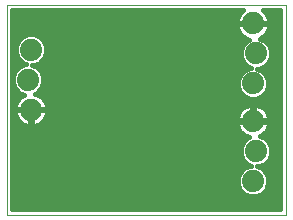
<source format=gbl>
G75*
%MOIN*%
%OFA0B0*%
%FSLAX25Y25*%
%IPPOS*%
%LPD*%
%AMOC8*
5,1,8,0,0,1.08239X$1,22.5*
%
%ADD10C,0.00000*%
%ADD11C,0.07400*%
%ADD12C,0.01600*%
%ADD13C,0.03562*%
D10*
X0006800Y0006800D02*
X0006800Y0076761D01*
X0099751Y0076761D01*
X0099751Y0006800D01*
X0006800Y0006800D01*
D11*
X0014800Y0041800D03*
X0013800Y0051800D03*
X0014800Y0061800D03*
X0088800Y0070550D03*
X0089800Y0060550D03*
X0088800Y0050550D03*
X0088800Y0038050D03*
X0089800Y0028050D03*
X0088800Y0018050D03*
D12*
X0092876Y0021187D02*
X0097951Y0021187D01*
X0097951Y0019588D02*
X0093683Y0019588D01*
X0093900Y0019064D02*
X0093124Y0020939D01*
X0091689Y0022374D01*
X0090297Y0022950D01*
X0090814Y0022950D01*
X0092689Y0023726D01*
X0094124Y0025161D01*
X0094900Y0027036D01*
X0094900Y0029064D01*
X0094124Y0030939D01*
X0092689Y0032374D01*
X0091081Y0033040D01*
X0091683Y0033346D01*
X0092383Y0033855D01*
X0092995Y0034467D01*
X0093504Y0035167D01*
X0093897Y0035939D01*
X0094165Y0036762D01*
X0094300Y0037617D01*
X0094300Y0037850D01*
X0089000Y0037850D01*
X0089000Y0038250D01*
X0094300Y0038250D01*
X0094300Y0038483D01*
X0094165Y0039338D01*
X0093897Y0040161D01*
X0093504Y0040933D01*
X0092995Y0041633D01*
X0092383Y0042245D01*
X0091683Y0042754D01*
X0090911Y0043147D01*
X0090088Y0043415D01*
X0089233Y0043550D01*
X0089000Y0043550D01*
X0089000Y0038250D01*
X0088600Y0038250D01*
X0088600Y0043550D01*
X0088367Y0043550D01*
X0087512Y0043415D01*
X0086689Y0043147D01*
X0085917Y0042754D01*
X0085217Y0042245D01*
X0084605Y0041633D01*
X0084096Y0040933D01*
X0083703Y0040161D01*
X0083435Y0039338D01*
X0083300Y0038483D01*
X0083300Y0038250D01*
X0088600Y0038250D01*
X0088600Y0037850D01*
X0083300Y0037850D01*
X0083300Y0037617D01*
X0083435Y0036762D01*
X0083703Y0035939D01*
X0084096Y0035167D01*
X0084605Y0034467D01*
X0085217Y0033855D01*
X0085917Y0033346D01*
X0086689Y0032953D01*
X0087512Y0032685D01*
X0087622Y0032668D01*
X0086911Y0032374D01*
X0085476Y0030939D01*
X0084700Y0029064D01*
X0084700Y0027036D01*
X0085476Y0025161D01*
X0086911Y0023726D01*
X0088303Y0023150D01*
X0087786Y0023150D01*
X0085911Y0022374D01*
X0084476Y0020939D01*
X0083700Y0019064D01*
X0083700Y0017036D01*
X0084476Y0015161D01*
X0085911Y0013726D01*
X0087786Y0012950D01*
X0089814Y0012950D01*
X0091689Y0013726D01*
X0093124Y0015161D01*
X0093900Y0017036D01*
X0093900Y0019064D01*
X0093900Y0017990D02*
X0097951Y0017990D01*
X0097951Y0016391D02*
X0093633Y0016391D01*
X0092755Y0014793D02*
X0097951Y0014793D01*
X0097951Y0013194D02*
X0090404Y0013194D01*
X0087196Y0013194D02*
X0008600Y0013194D01*
X0008600Y0011596D02*
X0097951Y0011596D01*
X0097951Y0009997D02*
X0008600Y0009997D01*
X0008600Y0008600D02*
X0008600Y0074961D01*
X0085514Y0074961D01*
X0085217Y0074745D01*
X0084605Y0074133D01*
X0084096Y0073433D01*
X0083703Y0072661D01*
X0083435Y0071838D01*
X0083300Y0070983D01*
X0083300Y0070750D01*
X0088600Y0070750D01*
X0088600Y0070350D01*
X0083300Y0070350D01*
X0083300Y0070117D01*
X0083435Y0069262D01*
X0083703Y0068439D01*
X0084096Y0067667D01*
X0084605Y0066967D01*
X0085217Y0066355D01*
X0085917Y0065846D01*
X0086689Y0065453D01*
X0087512Y0065185D01*
X0087622Y0065168D01*
X0086911Y0064874D01*
X0085476Y0063439D01*
X0084700Y0061564D01*
X0084700Y0059536D01*
X0085476Y0057661D01*
X0086911Y0056226D01*
X0088303Y0055650D01*
X0087786Y0055650D01*
X0085911Y0054874D01*
X0084476Y0053439D01*
X0083700Y0051564D01*
X0083700Y0049536D01*
X0084476Y0047661D01*
X0085911Y0046226D01*
X0087786Y0045450D01*
X0089814Y0045450D01*
X0091689Y0046226D01*
X0093124Y0047661D01*
X0093900Y0049536D01*
X0093900Y0051564D01*
X0093124Y0053439D01*
X0091689Y0054874D01*
X0090297Y0055450D01*
X0090814Y0055450D01*
X0092689Y0056226D01*
X0094124Y0057661D01*
X0094900Y0059536D01*
X0094900Y0061564D01*
X0094124Y0063439D01*
X0092689Y0064874D01*
X0091081Y0065540D01*
X0091683Y0065846D01*
X0092383Y0066355D01*
X0092995Y0066967D01*
X0093504Y0067667D01*
X0093897Y0068439D01*
X0094165Y0069262D01*
X0094300Y0070117D01*
X0094300Y0070350D01*
X0089000Y0070350D01*
X0089000Y0070750D01*
X0094300Y0070750D01*
X0094300Y0070983D01*
X0094165Y0071838D01*
X0093897Y0072661D01*
X0093504Y0073433D01*
X0092995Y0074133D01*
X0092383Y0074745D01*
X0092086Y0074961D01*
X0097951Y0074961D01*
X0097951Y0008600D01*
X0008600Y0008600D01*
X0008600Y0014793D02*
X0084845Y0014793D01*
X0083967Y0016391D02*
X0008600Y0016391D01*
X0008600Y0017990D02*
X0083700Y0017990D01*
X0083917Y0019588D02*
X0008600Y0019588D01*
X0008600Y0021187D02*
X0084724Y0021187D01*
X0086905Y0022785D02*
X0008600Y0022785D01*
X0008600Y0024384D02*
X0086254Y0024384D01*
X0085136Y0025982D02*
X0008600Y0025982D01*
X0008600Y0027581D02*
X0084700Y0027581D01*
X0084748Y0029179D02*
X0008600Y0029179D01*
X0008600Y0030778D02*
X0085410Y0030778D01*
X0086917Y0032376D02*
X0008600Y0032376D01*
X0008600Y0033975D02*
X0085097Y0033975D01*
X0083889Y0035573D02*
X0008600Y0035573D01*
X0008600Y0037172D02*
X0011813Y0037172D01*
X0011917Y0037096D02*
X0012689Y0036703D01*
X0013512Y0036435D01*
X0014367Y0036300D01*
X0014600Y0036300D01*
X0014600Y0041600D01*
X0009300Y0041600D01*
X0009300Y0041367D01*
X0009435Y0040512D01*
X0009703Y0039689D01*
X0010096Y0038917D01*
X0010605Y0038217D01*
X0011217Y0037605D01*
X0011917Y0037096D01*
X0010203Y0038770D02*
X0008600Y0038770D01*
X0008600Y0040369D02*
X0009482Y0040369D01*
X0009300Y0042000D02*
X0014600Y0042000D01*
X0014600Y0041600D01*
X0015000Y0041600D01*
X0015000Y0042000D01*
X0020300Y0042000D01*
X0020300Y0042233D01*
X0020165Y0043088D01*
X0019897Y0043911D01*
X0019504Y0044683D01*
X0018995Y0045383D01*
X0018383Y0045995D01*
X0017683Y0046504D01*
X0016911Y0046897D01*
X0016088Y0047165D01*
X0015978Y0047182D01*
X0016689Y0047476D01*
X0018124Y0048911D01*
X0018900Y0050786D01*
X0018900Y0052814D01*
X0018124Y0054689D01*
X0016689Y0056124D01*
X0015297Y0056700D01*
X0015814Y0056700D01*
X0017689Y0057476D01*
X0019124Y0058911D01*
X0019900Y0060786D01*
X0019900Y0062814D01*
X0019124Y0064689D01*
X0017689Y0066124D01*
X0015814Y0066900D01*
X0013786Y0066900D01*
X0011911Y0066124D01*
X0010476Y0064689D01*
X0009700Y0062814D01*
X0009700Y0060786D01*
X0010476Y0058911D01*
X0011911Y0057476D01*
X0013303Y0056900D01*
X0012786Y0056900D01*
X0010911Y0056124D01*
X0009476Y0054689D01*
X0008700Y0052814D01*
X0008700Y0050786D01*
X0009476Y0048911D01*
X0010911Y0047476D01*
X0012519Y0046810D01*
X0011917Y0046504D01*
X0011217Y0045995D01*
X0010605Y0045383D01*
X0010096Y0044683D01*
X0009703Y0043911D01*
X0009435Y0043088D01*
X0009300Y0042233D01*
X0009300Y0042000D01*
X0008600Y0041967D02*
X0014600Y0041967D01*
X0015000Y0041967D02*
X0084939Y0041967D01*
X0083809Y0040369D02*
X0020118Y0040369D01*
X0020165Y0040512D02*
X0020300Y0041367D01*
X0020300Y0041600D01*
X0015000Y0041600D01*
X0015000Y0036300D01*
X0015233Y0036300D01*
X0016088Y0036435D01*
X0016911Y0036703D01*
X0017683Y0037096D01*
X0018383Y0037605D01*
X0018995Y0038217D01*
X0019504Y0038917D01*
X0019897Y0039689D01*
X0020165Y0040512D01*
X0019397Y0038770D02*
X0083346Y0038770D01*
X0083371Y0037172D02*
X0017787Y0037172D01*
X0015000Y0037172D02*
X0014600Y0037172D01*
X0014600Y0038770D02*
X0015000Y0038770D01*
X0015000Y0040369D02*
X0014600Y0040369D01*
X0009591Y0043566D02*
X0008600Y0043566D01*
X0008600Y0045164D02*
X0010446Y0045164D01*
X0008600Y0046763D02*
X0012425Y0046763D01*
X0010026Y0048361D02*
X0008600Y0048361D01*
X0008600Y0049960D02*
X0009042Y0049960D01*
X0008700Y0051558D02*
X0008600Y0051558D01*
X0008600Y0053157D02*
X0008842Y0053157D01*
X0008600Y0054755D02*
X0009543Y0054755D01*
X0008600Y0056354D02*
X0011467Y0056354D01*
X0011435Y0057952D02*
X0008600Y0057952D01*
X0008600Y0059551D02*
X0010211Y0059551D01*
X0009700Y0061149D02*
X0008600Y0061149D01*
X0008600Y0062748D02*
X0009700Y0062748D01*
X0010335Y0064346D02*
X0008600Y0064346D01*
X0008600Y0065945D02*
X0011732Y0065945D01*
X0008600Y0067543D02*
X0084186Y0067543D01*
X0083474Y0069142D02*
X0008600Y0069142D01*
X0008600Y0070740D02*
X0088600Y0070740D01*
X0089000Y0070740D02*
X0097951Y0070740D01*
X0097951Y0069142D02*
X0094126Y0069142D01*
X0093414Y0067543D02*
X0097951Y0067543D01*
X0097951Y0065945D02*
X0091819Y0065945D01*
X0093216Y0064346D02*
X0097951Y0064346D01*
X0097951Y0062748D02*
X0094410Y0062748D01*
X0094900Y0061149D02*
X0097951Y0061149D01*
X0097951Y0059551D02*
X0094900Y0059551D01*
X0094244Y0057952D02*
X0097951Y0057952D01*
X0097951Y0056354D02*
X0092816Y0056354D01*
X0091807Y0054755D02*
X0097951Y0054755D01*
X0097951Y0053157D02*
X0093240Y0053157D01*
X0093900Y0051558D02*
X0097951Y0051558D01*
X0097951Y0049960D02*
X0093900Y0049960D01*
X0093414Y0048361D02*
X0097951Y0048361D01*
X0097951Y0046763D02*
X0092225Y0046763D01*
X0097951Y0045164D02*
X0019154Y0045164D01*
X0020009Y0043566D02*
X0097951Y0043566D01*
X0097951Y0041967D02*
X0092661Y0041967D01*
X0093791Y0040369D02*
X0097951Y0040369D01*
X0097951Y0038770D02*
X0094254Y0038770D01*
X0094229Y0037172D02*
X0097951Y0037172D01*
X0097951Y0035573D02*
X0093711Y0035573D01*
X0092503Y0033975D02*
X0097951Y0033975D01*
X0097951Y0032376D02*
X0092683Y0032376D01*
X0094190Y0030778D02*
X0097951Y0030778D01*
X0097951Y0029179D02*
X0094852Y0029179D01*
X0094900Y0027581D02*
X0097951Y0027581D01*
X0097951Y0025982D02*
X0094464Y0025982D01*
X0093346Y0024384D02*
X0097951Y0024384D01*
X0097951Y0022785D02*
X0090695Y0022785D01*
X0089000Y0038770D02*
X0088600Y0038770D01*
X0088600Y0040369D02*
X0089000Y0040369D01*
X0089000Y0041967D02*
X0088600Y0041967D01*
X0085375Y0046763D02*
X0017175Y0046763D01*
X0017574Y0048361D02*
X0084186Y0048361D01*
X0083700Y0049960D02*
X0018558Y0049960D01*
X0018900Y0051558D02*
X0083700Y0051558D01*
X0084360Y0053157D02*
X0018758Y0053157D01*
X0018057Y0054755D02*
X0085793Y0054755D01*
X0086784Y0056354D02*
X0016133Y0056354D01*
X0018165Y0057952D02*
X0085356Y0057952D01*
X0084700Y0059551D02*
X0019389Y0059551D01*
X0019900Y0061149D02*
X0084700Y0061149D01*
X0085190Y0062748D02*
X0019900Y0062748D01*
X0019265Y0064346D02*
X0086384Y0064346D01*
X0085781Y0065945D02*
X0017868Y0065945D01*
X0008600Y0072339D02*
X0083598Y0072339D01*
X0084463Y0073937D02*
X0008600Y0073937D01*
X0093137Y0073937D02*
X0097951Y0073937D01*
X0097951Y0072339D02*
X0094002Y0072339D01*
D13*
X0078050Y0063050D03*
X0084300Y0056800D03*
X0081800Y0046800D03*
X0079300Y0041800D03*
X0075550Y0046800D03*
X0069300Y0040550D03*
X0066800Y0044300D03*
X0074300Y0035550D03*
X0074300Y0029300D03*
X0083050Y0033050D03*
X0084300Y0024300D03*
X0075550Y0021800D03*
X0079300Y0016800D03*
X0044300Y0025550D03*
X0051800Y0049300D03*
X0031800Y0056800D03*
X0024300Y0056800D03*
X0023050Y0065550D03*
X0036800Y0066800D03*
X0051800Y0066800D03*
M02*

</source>
